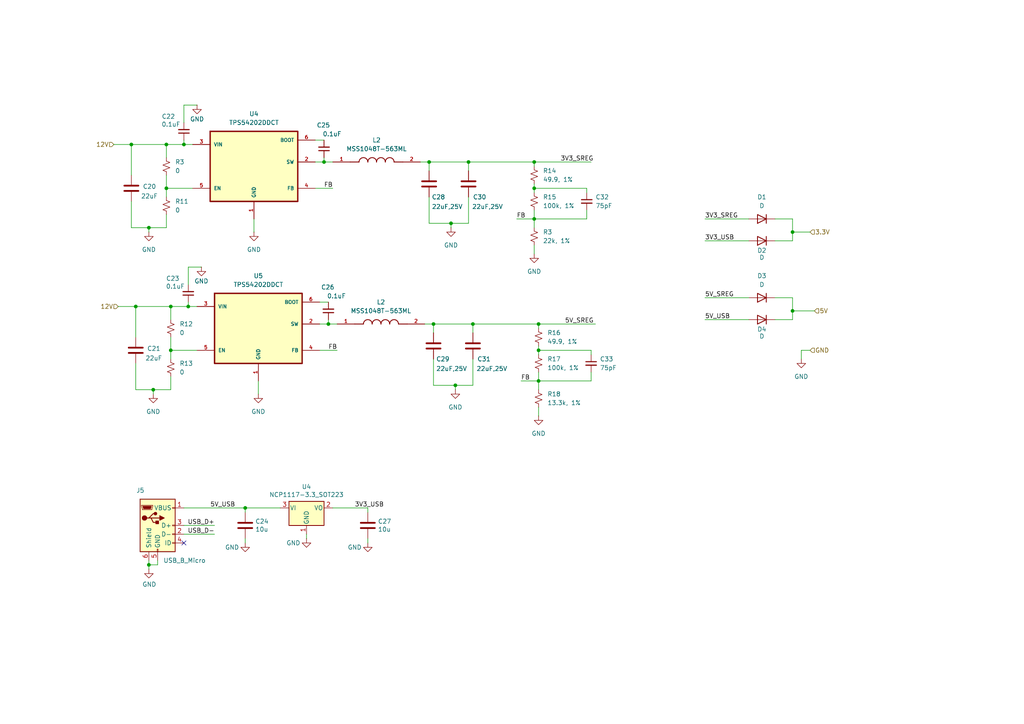
<source format=kicad_sch>
(kicad_sch (version 20250114) (generator "eeschema") (generator_version "9.0")
  (paper "A4")
  (lib_symbols
    (symbol "Connector:USB_B_Micro" (pin_names (offset 1.016))
      (property "Reference" "J" (at -5.08 11.43 0))
      (property "Value" "USB_B_Micro" (at -5.08 8.89 0))
      (symbol "USB_B_Micro_0_1"
        (rectangle (start -5.08 -7.62) (end 5.08 7.62) (stroke (width 0.254)) (fill (type background)))
        (polyline (pts (xy -4.699 5.842) (xy -4.699 5.588) (xy -4.445 4.826) (xy -4.445 4.572) (xy -1.651 4.572) (xy -1.651 4.826) (xy -1.397 5.588) (xy -1.397 5.842) (xy -4.699 5.842)))
        (polyline (pts (xy -4.318 5.588) (xy -1.778 5.588) (xy -2.032 4.826) (xy -4.064 4.826) (xy -4.318 5.588)) (fill (type outline)))
        (circle (center -3.81 2.159) (radius 0.635) (stroke (width 0.254)) (fill (type outline)))
        (polyline (pts (xy -3.175 2.159) (xy -2.54 2.159) (xy -1.27 3.429) (xy -0.635 3.429)) (stroke (width 0.254)))
        (polyline (pts (xy -2.54 2.159) (xy -1.905 2.159) (xy -1.27 0.889) (xy 0 0.889)) (stroke (width 0.254)))
        (polyline (pts (xy -1.905 2.159) (xy 0.635 2.159)) (stroke (width 0.254)))
        (circle (center -0.635 3.429) (radius 0.381) (stroke (width 0.254)) (fill (type outline)))
        (rectangle (start -0.127 -7.62) (end 0.127 -6.858))
        (rectangle (start 0.254 1.27) (end -0.508 0.508) (stroke (width 0.254)) (fill (type outline)))
        (polyline (pts (xy 0.635 2.794) (xy 0.635 1.524) (xy 1.905 2.159) (xy 0.635 2.794)) (stroke (width 0.254)) (fill (type outline)))
        (rectangle (start 5.08 4.953) (end 4.318 5.207))
        (rectangle (start 5.08 -0.127) (end 4.318 0.127))
        (rectangle (start 5.08 -2.667) (end 4.318 -2.413))
        (rectangle (start 5.08 -5.207) (end 4.318 -4.953))
      )
      (symbol "USB_B_Micro_1_1"
        (pin passive line (at -2.54 -10.16 90) (length 2.54) (name "Shield") (number "6"))
        (pin power_out line (at 0 -10.16 90) (length 2.54) (name "GND") (number "5"))
        (pin power_out line (at 7.62 5.08 180) (length 2.54) (name "VBUS") (number "1"))
        (pin bidirectional line (at 7.62 0 180) (length 2.54) (name "D+") (number "3"))
        (pin bidirectional line (at 7.62 -2.54 180) (length 2.54) (name "D-") (number "2"))
        (pin passive line (at 7.62 -5.08 180) (length 2.54) (name "ID") (number "4"))
      )
    )
    (symbol "Device:C" (pin_numbers (hide yes)) (pin_names (offset 0.254))
      (property "Reference" "C" (at 0.635 2.54 0))
      (property "Value" "C" (at 0.635 -2.54 0))
      (symbol "C_0_1"
        (polyline (pts (xy -2.032 0.762) (xy 2.032 0.762)) (stroke (width 0.508)))
        (polyline (pts (xy -2.032 -0.762) (xy 2.032 -0.762)) (stroke (width 0.508)))
      )
      (symbol "C_1_1"
        (pin passive line (at 0 3.81 270) (length 2.794) (name "~") (number "1"))
        (pin passive line (at 0 -3.81 90) (length 2.794) (name "~") (number "2"))
      )
    )
    (symbol "Device:C_Small" (pin_numbers (hide yes)) (pin_names (offset 0.254) (hide yes))
      (property "Reference" "C" (at 0.254 1.778 0))
      (property "Value" "C_Small" (at 0.254 -2.032 0))
      (symbol "C_Small_0_1"
        (polyline (pts (xy -1.524 0.508) (xy 1.524 0.508)) (stroke (width 0.3048)))
        (polyline (pts (xy -1.524 -0.508) (xy 1.524 -0.508)) (stroke (width 0.3302)))
      )
      (symbol "C_Small_1_1"
        (pin passive line (at 0 2.54 270) (length 2.032) (name "~") (number "1"))
        (pin passive line (at 0 -2.54 90) (length 2.032) (name "~") (number "2"))
      )
    )
    (symbol "Device:D" (pin_numbers (hide yes)) (pin_names (offset 1.016) (hide yes))
      (property "Reference" "D" (at 0 2.54 0))
      (property "Value" "D" (at 0 -2.54 0))
      (symbol "D_0_1"
        (polyline (pts (xy -1.27 1.27) (xy -1.27 -1.27)) (stroke (width 0.254)))
        (polyline (pts (xy 1.27 1.27) (xy 1.27 -1.27) (xy -1.27 0) (xy 1.27 1.27)) (stroke (width 0.254)))
        (polyline (pts (xy 1.27 0) (xy -1.27 0)))
      )
      (symbol "D_1_1"
        (pin passive line (at -3.81 0 0) (length 2.54) (name "K") (number "1"))
        (pin passive line (at 3.81 0 180) (length 2.54) (name "A") (number "2"))
      )
    )
    (symbol "Device:R_Small_US" (pin_numbers (hide yes)) (pin_names (offset 0.254) (hide yes))
      (property "Reference" "R" (at 0.762 0.508 0))
      (property "Value" "R_Small_US" (at 0.762 -1.016 0))
      (symbol "R_Small_US_1_1"
        (polyline (pts (xy 0 1.524) (xy 1.016 1.143) (xy 0 0.762) (xy -1.016 0.381) (xy 0 0)))
        (polyline (pts (xy 0 0) (xy 1.016 -0.381) (xy 0 -0.762) (xy -1.016 -1.143) (xy 0 -1.524)))
        (pin passive line (at 0 2.54 270) (length 1.016) (name "~") (number "1"))
        (pin passive line (at 0 -2.54 90) (length 1.016) (name "~") (number "2"))
      )
    )
    (symbol "ECE49022_Symbols:MSS1048-103MLC" (pin_names (offset 1.016))
      (property "Reference" "L" (at -5.08 2.54 0))
      (property "Value" "MSS1048-103MLC" (at -5.08 -2.54 0))
      (symbol "MSS1048-103MLC_0_0"
        (polyline (pts (xy -5.08 0) (xy -7.62 0)) (stroke (width 0.254)))
        (arc (start -5.08 0) (mid -3.81 1.2645) (end -2.54 0) (stroke (width 0.254)))
        (arc (start -2.54 0) (mid -1.27 1.2645) (end 0 0) (stroke (width 0.254)))
        (arc (start 0 0) (mid 1.27 1.2645) (end 2.54 0) (stroke (width 0.254)))
        (arc (start 2.54 0) (mid 3.81 1.2645) (end 5.08 0) (stroke (width 0.254)))
        (polyline (pts (xy 5.08 0) (xy 7.62 0)) (stroke (width 0.254)))
        (pin passive line (at -12.7 0 0) (length 5.08) (name "~") (number "1"))
        (pin passive line (at 12.7 0 180) (length 5.08) (name "~") (number "2"))
      )
    )
    (symbol "ECE49022_Symbols:TPS54202DDCT" (pin_names (offset 1.016))
      (property "Reference" "U1" (at 0 15.24 0))
      (property "Value" "TPS54202DDCT" (at 0 12.7 0))
      (symbol "TPS54202DDCT_0_0"
        (rectangle (start -12.7 10.16) (end 12.7 -10.16) (stroke (width 0.41)) (fill (type background)))
        (pin bidirectional line (at -17.78 6.35 0) (length 5.08) (name "VIN") (number "3"))
        (pin input line (at -17.78 -6.35 0) (length 5.08) (name "EN") (number "5"))
        (pin output line (at 17.78 7.62 180) (length 5.08) (name "BOOT") (number "6"))
        (pin output line (at 17.78 1.27 180) (length 5.08) (name "SW") (number "2"))
        (pin input line (at 17.78 -6.35 180) (length 5.08) (name "FB") (number "4"))
      )
      (symbol "TPS54202DDCT_1_0"
        (pin bidirectional line (at 0 -15.24 90) (length 5.08) (name "GND") (number "1"))
      )
    )
    (symbol "Regulator_Linear:NCP1117-3.3_SOT223" (pin_names (offset 0.254))
      (property "Reference" "U" (at -3.81 3.175 0))
      (property "Value" "NCP1117-3.3_SOT223" (at 0 3.175 0))
      (symbol "NCP1117-3.3_SOT223_0_1"
        (rectangle (start -5.08 -5.08) (end 5.08 1.905) (stroke (width 0.254)) (fill (type background)))
      )
      (symbol "NCP1117-3.3_SOT223_1_1"
        (pin power_in line (at -7.62 0 0) (length 2.54) (name "VI") (number "3"))
        (pin power_in line (at 0 -7.62 90) (length 2.54) (name "GND") (number "1"))
        (pin power_out line (at 7.62 0 180) (length 2.54) (name "VO") (number "2"))
      )
    )
    (symbol "power:GND" (power) (pin_numbers (hide yes)) (pin_names (offset 0) (hide yes))
      (property "Value" "GND" (at 0 -3.81 0))
      (symbol "GND_0_1"
        (polyline (pts (xy 0 0) (xy 0 -1.27) (xy 1.27 -1.27) (xy 0 -2.54) (xy -1.27 -1.27) (xy 0 -1.27)))
      )
      (symbol "GND_1_1"
        (pin power_in line (at 0 0 270) (length 0) (name "~") (number "1"))
      )
    )
  )
  (junction (at 125.73 93.98))
  (junction (at 38.1 41.91))
  (junction (at 124.46 46.99))
  (junction (at 39.37 88.9))
  (junction (at 132.08 111.76))
  (junction (at 54.61 88.9))
  (junction (at 43.18 66.04))
  (junction (at 156.21 110.49))
  (junction (at 154.94 63.5))
  (junction (at 154.94 54.61))
  (junction (at 229.87 67.31))
  (junction (at 130.81 64.77))
  (junction (at 229.87 90.17))
  (junction (at 48.26 54.61))
  (junction (at 49.53 88.9))
  (junction (at 71.12 147.32))
  (junction (at 49.53 101.6))
  (junction (at 53.34 41.91))
  (junction (at 93.98 46.99))
  (junction (at 95.25 93.98))
  (junction (at 48.26 41.91))
  (junction (at 137.16 93.98))
  (junction (at 154.94 46.99))
  (junction (at 44.45 113.03))
  (junction (at 156.21 101.6))
  (junction (at 135.89 46.99))
  (junction (at 43.18 163.83))
  (junction (at 156.21 93.98))
  (no_connect (at 53.34 157.48))
  (wire (pts (xy 91.44 46.99) (xy 93.98 46.99)))
  (wire (pts (xy 44.45 113.03) (xy 49.53 113.03)))
  (wire (pts (xy 135.89 57.15) (xy 135.89 64.77)))
  (wire (pts (xy 95.25 93.98) (xy 97.79 93.98)))
  (wire (pts (xy 91.44 40.64) (xy 93.98 40.64)))
  (wire (pts (xy 156.21 100.33) (xy 156.21 101.6)))
  (wire (pts (xy 156.21 110.49) (xy 171.45 110.49)))
  (wire (pts (xy 71.12 148.59) (xy 71.12 147.32)))
  (wire (pts (xy 156.21 93.98) (xy 156.21 95.25)))
  (wire (pts (xy 232.41 101.6) (xy 232.41 104.14)))
  (wire (pts (xy 135.89 46.99) (xy 135.89 49.53)))
  (wire (pts (xy 53.34 30.48) (xy 53.34 35.56)))
  (wire (pts (xy 171.45 101.6) (xy 156.21 101.6)))
  (wire (pts (xy 156.21 93.98) (xy 172.72 93.98)))
  (wire (pts (xy 38.1 41.91) (xy 38.1 50.8)))
  (wire (pts (xy 39.37 113.03) (xy 44.45 113.03)))
  (wire (pts (xy 135.89 46.99) (xy 154.94 46.99)))
  (wire (pts (xy 156.21 110.49) (xy 156.21 113.03)))
  (wire (pts (xy 151.13 110.49) (xy 156.21 110.49)))
  (wire (pts (xy 48.26 41.91) (xy 53.34 41.91)))
  (wire (pts (xy 171.45 101.6) (xy 171.45 102.87)))
  (wire (pts (xy 132.08 111.76) (xy 137.16 111.76)))
  (wire (pts (xy 43.18 163.83) (xy 43.18 165.1)))
  (wire (pts (xy 130.81 64.77) (xy 135.89 64.77)))
  (wire (pts (xy 49.53 88.9) (xy 54.61 88.9)))
  (wire (pts (xy 54.61 87.63) (xy 54.61 88.9)))
  (wire (pts (xy 49.53 101.6) (xy 49.53 104.14)))
  (wire (pts (xy 93.98 45.72) (xy 93.98 46.99)))
  (wire (pts (xy 74.93 110.49) (xy 74.93 114.3)))
  (wire (pts (xy 49.53 101.6) (xy 57.15 101.6)))
  (wire (pts (xy 39.37 105.41) (xy 39.37 113.03)))
  (wire (pts (xy 124.46 46.99) (xy 135.89 46.99)))
  (wire (pts (xy 125.73 111.76) (xy 132.08 111.76)))
  (wire (pts (xy 130.81 66.04) (xy 130.81 64.77)))
  (wire (pts (xy 204.47 92.71) (xy 217.17 92.71)))
  (wire (pts (xy 38.1 58.42) (xy 38.1 66.04)))
  (wire (pts (xy 95.25 92.71) (xy 95.25 93.98)))
  (wire (pts (xy 73.66 63.5) (xy 73.66 67.31)))
  (wire (pts (xy 170.18 54.61) (xy 170.18 55.88)))
  (wire (pts (xy 125.73 104.14) (xy 125.73 111.76)))
  (wire (pts (xy 106.68 148.59) (xy 106.68 147.32)))
  (wire (pts (xy 234.95 101.6) (xy 232.41 101.6)))
  (wire (pts (xy 49.53 109.22) (xy 49.53 113.03)))
  (wire (pts (xy 96.52 147.32) (xy 106.68 147.32)))
  (wire (pts (xy 154.94 71.12) (xy 154.94 73.66)))
  (wire (pts (xy 53.34 147.32) (xy 71.12 147.32)))
  (wire (pts (xy 154.94 60.96) (xy 154.94 63.5)))
  (wire (pts (xy 137.16 104.14) (xy 137.16 111.76)))
  (wire (pts (xy 53.34 41.91) (xy 55.88 41.91)))
  (wire (pts (xy 54.61 88.9) (xy 57.15 88.9)))
  (wire (pts (xy 38.1 41.91) (xy 48.26 41.91)))
  (wire (pts (xy 48.26 50.8) (xy 48.26 54.61)))
  (wire (pts (xy 48.26 41.91) (xy 48.26 45.72)))
  (wire (pts (xy 43.18 66.04) (xy 48.26 66.04)))
  (wire (pts (xy 106.68 156.21) (xy 106.68 157.48)))
  (wire (pts (xy 53.34 152.4) (xy 62.23 152.4)))
  (wire (pts (xy 229.87 86.36) (xy 229.87 90.17)))
  (wire (pts (xy 229.87 67.31) (xy 234.95 67.31)))
  (wire (pts (xy 156.21 107.95) (xy 156.21 110.49)))
  (wire (pts (xy 54.61 77.47) (xy 58.42 77.47)))
  (wire (pts (xy 71.12 156.21) (xy 71.12 157.48)))
  (wire (pts (xy 34.29 88.9) (xy 39.37 88.9)))
  (wire (pts (xy 48.26 54.61) (xy 48.26 57.15)))
  (wire (pts (xy 229.87 92.71) (xy 224.79 92.71)))
  (wire (pts (xy 39.37 88.9) (xy 39.37 97.79)))
  (wire (pts (xy 48.26 62.23) (xy 48.26 66.04)))
  (wire (pts (xy 170.18 60.96) (xy 170.18 63.5)))
  (wire (pts (xy 149.86 63.5) (xy 154.94 63.5)))
  (wire (pts (xy 229.87 67.31) (xy 229.87 69.85)))
  (wire (pts (xy 224.79 86.36) (xy 229.87 86.36)))
  (wire (pts (xy 154.94 63.5) (xy 154.94 66.04)))
  (wire (pts (xy 171.45 107.95) (xy 171.45 110.49)))
  (wire (pts (xy 48.26 54.61) (xy 55.88 54.61)))
  (wire (pts (xy 88.9 154.94) (xy 88.9 156.21)))
  (wire (pts (xy 53.34 40.64) (xy 53.34 41.91)))
  (wire (pts (xy 121.92 46.99) (xy 124.46 46.99)))
  (wire (pts (xy 93.98 46.99) (xy 96.52 46.99)))
  (wire (pts (xy 229.87 90.17) (xy 229.87 92.71)))
  (wire (pts (xy 45.72 162.56) (xy 45.72 163.83)))
  (wire (pts (xy 204.47 86.36) (xy 217.17 86.36)))
  (wire (pts (xy 154.94 54.61) (xy 154.94 55.88)))
  (wire (pts (xy 81.28 147.32) (xy 71.12 147.32)))
  (wire (pts (xy 123.19 93.98) (xy 125.73 93.98)))
  (wire (pts (xy 154.94 46.99) (xy 154.94 48.26)))
  (wire (pts (xy 33.02 41.91) (xy 38.1 41.91)))
  (wire (pts (xy 170.18 54.61) (xy 154.94 54.61)))
  (wire (pts (xy 154.94 53.34) (xy 154.94 54.61)))
  (wire (pts (xy 45.72 163.83) (xy 43.18 163.83)))
  (wire (pts (xy 38.1 66.04) (xy 43.18 66.04)))
  (wire (pts (xy 39.37 88.9) (xy 49.53 88.9)))
  (wire (pts (xy 132.08 113.03) (xy 132.08 111.76)))
  (wire (pts (xy 43.18 67.31) (xy 43.18 66.04)))
  (wire (pts (xy 92.71 101.6) (xy 97.79 101.6)))
  (wire (pts (xy 44.45 114.3) (xy 44.45 113.03)))
  (wire (pts (xy 229.87 90.17) (xy 236.22 90.17)))
  (wire (pts (xy 124.46 64.77) (xy 130.81 64.77)))
  (wire (pts (xy 204.47 69.85) (xy 217.17 69.85)))
  (wire (pts (xy 124.46 57.15) (xy 124.46 64.77)))
  (wire (pts (xy 154.94 46.99) (xy 171.45 46.99)))
  (wire (pts (xy 53.34 30.48) (xy 57.15 30.48)))
  (wire (pts (xy 125.73 93.98) (xy 137.16 93.98)))
  (wire (pts (xy 53.34 154.94) (xy 62.23 154.94)))
  (wire (pts (xy 224.79 63.5) (xy 229.87 63.5)))
  (wire (pts (xy 229.87 69.85) (xy 224.79 69.85)))
  (wire (pts (xy 137.16 93.98) (xy 137.16 96.52)))
  (wire (pts (xy 204.47 63.5) (xy 217.17 63.5)))
  (wire (pts (xy 54.61 77.47) (xy 54.61 82.55)))
  (wire (pts (xy 156.21 118.11) (xy 156.21 120.65)))
  (wire (pts (xy 154.94 63.5) (xy 170.18 63.5)))
  (wire (pts (xy 229.87 63.5) (xy 229.87 67.31)))
  (wire (pts (xy 137.16 93.98) (xy 156.21 93.98)))
  (wire (pts (xy 49.53 97.79) (xy 49.53 101.6)))
  (wire (pts (xy 91.44 54.61) (xy 96.52 54.61)))
  (wire (pts (xy 124.46 46.99) (xy 124.46 49.53)))
  (wire (pts (xy 92.71 87.63) (xy 95.25 87.63)))
  (wire (pts (xy 49.53 88.9) (xy 49.53 92.71)))
  (wire (pts (xy 92.71 93.98) (xy 95.25 93.98)))
  (wire (pts (xy 125.73 93.98) (xy 125.73 96.52)))
  (wire (pts (xy 43.18 162.56) (xy 43.18 163.83)))
  (wire (pts (xy 156.21 101.6) (xy 156.21 102.87)))
  (label "FB" (at 149.86 63.5 0))
  (label "FB" (at 151.13 110.49 0))
  (label "5V_SREG" (at 204.47 86.36 0))
  (label "USB_D-" (at 62.23 154.94 180))
  (label "FB" (at 96.52 54.61 180))
  (label "3V3_SREG" (at 162.56 46.99 0))
  (label "3V3_USB" (at 102.87 147.32 0))
  (label "3V3_USB" (at 204.47 69.85 0))
  (label "USB_D+" (at 62.23 152.4 180))
  (label "5V_USB" (at 204.47 92.71 0))
  (label "5V_SREG" (at 163.83 93.98 0))
  (label "FB" (at 97.79 101.6 180))
  (label "5V_USB" (at 60.96 147.32 0))
  (label "3V3_SREG" (at 204.47 63.5 0))
  (hierarchical_label "3.3V" (shape input) (at 234.95 67.31 0))
  (hierarchical_label "GND" (shape input) (at 234.95 101.6 0))
  (hierarchical_label "12V" (shape input) (at 33.02 41.91 180))
  (hierarchical_label "5V" (shape input) (at 236.22 90.17 0))
  (hierarchical_label "12V" (shape input) (at 34.29 88.9 180))
  (symbol (lib_id "Device:C") (at 135.89 53.34 0) (unit 1)
    (property "Reference" "C30" (at 137.16 57.15 0) (effects (justify left)))
    (property "Value" "22uF,25V" (at 136.906 59.944 0) (effects (justify left)))
    (property "Footprint" "Capacitor_SMD:C_0805_2012Metric_Pad1.18x1.45mm_HandSolder" (effects (hide yes)))
    (property "Description" "GRT21BR61E226ME13" (effects (hide yes)))
  )
  (symbol (lib_id "Device:R_Small_US") (at 48.26 48.26 0) (unit 1)
    (property "Reference" "R3" (at 50.8 46.9899 0) (effects (justify left)))
    (property "Value" "0" (at 50.8 49.5299 0) (effects (justify left)))
    (property "Footprint" "Capacitor_SMD:C_0402_1005Metric" (effects (hide yes)))
    (property "Description" "RC0402JR-070RL" (effects (hide yes)))
  )
  (symbol (lib_id "power:GND") (at 43.18 165.1 0) (unit 1)
    (property "Reference" "#PWR033" (effects (hide yes)))
    (property "Value" "GND" (at 43.307 169.4942 0))
  )
  (symbol (lib_id "ECE49022_Symbols:TPS54202DDCT") (at 73.66 48.26 0) (unit 1)
    (property "Reference" "U4" (at 73.66 33.02 0))
    (property "Value" "TPS54202DDCT" (at 73.66 35.56 0))
    (property "Footprint" "49022_Footprints:TPS54202" (effects (hide yes)))
  )
  (symbol (lib_id "Device:R_Small_US") (at 154.94 58.42 0) (unit 1)
    (property "Reference" "R15" (at 157.48 57.1499 0) (effects (justify left)))
    (property "Value" "100k, 1%" (at 157.48 59.6899 0) (effects (justify left)))
    (property "Footprint" "Capacitor_SMD:C_0402_1005Metric" (effects (hide yes)))
    (property "Description" "RC0402FR-07100KL" (effects (hide yes)))
  )
  (symbol (lib_id "power:GND") (at 71.12 157.48 0) (unit 1)
    (property "Reference" "#PWR037" (effects (hide yes)))
    (property "Value" "GND" (at 67.31 158.75 0))
  )
  (symbol (lib_id "ECE49022_Symbols:MSS1048-103MLC") (at 110.49 93.98 0) (unit 1)
    (property "Reference" "L2" (at 110.49 87.63 0))
    (property "Value" "MSS1048T-563ML" (at 110.49 90.17 0))
    (property "Footprint" "49022_Footprints:IND_MSS1048" (effects (hide yes)))
    (property "Datasheet" "https://www.coilcraft.com/getmedia/6f8116f7-0036-41bf-97c5-9bae06e6af25/mss1048t.pdf" (effects (hide yes)))
    (property "MF" "Coilcraft" (effects (hide yes)))
    (property "MAXIMUM_PACKAGE_HEIGHT" "4.00mm" (effects (hide yes)))
    (property "CREATOR" "AAMIR" (effects (hide yes)))
    (property "Price" "None" (effects (hide yes)))
    (property "Package" "None" (effects (hide yes)))
    (property "Check_prices" "https://www.snapeda.com/parts/MSS1048-103MLC/Coilcraft/view-part/?ref=eda" (effects (hide yes)))
    (property "STANDARD" "Manufacturer Recommendations" (effects (hide yes)))
    (property "PARTREV" "02/16/22" (effects (hide yes)))
    (property "VERIFIER" "RODRIGO" (effects (hide yes)))
    (property "SnapEDA_Link" "https://www.snapeda.com/parts/MSS1048-103MLC/Coilcraft/view-part/?ref=snap" (effects (hide yes)))
    (property "MP" "MSS1048-103MLC" (effects (hide yes)))
    (property "Description_1" "10 µH Shielded Drum Core Inductor 4.79 A 23mOhm Max Nonstandard" (effects (hide yes)))
    (property "Availability" "In Stock" (effects (hide yes)))
    (property "MANUFACTURER" "Coilcraft" (effects (hide yes)))
  )
  (symbol (lib_id "Device:R_Small_US") (at 154.94 50.8 0) (unit 1)
    (property "Reference" "R14" (at 157.48 49.5299 0) (effects (justify left)))
    (property "Value" "49.9, 1%" (at 157.48 52.0699 0) (effects (justify left)))
    (property "Footprint" "Capacitor_SMD:C_0402_1005Metric" (effects (hide yes)))
    (property "Description" "RC0402FR-0749R9L" (effects (hide yes)))
  )
  (symbol (lib_id "Device:R_Small_US") (at 156.21 105.41 0) (unit 1)
    (property "Reference" "R17" (at 158.75 104.1399 0) (effects (justify left)))
    (property "Value" "100k, 1%" (at 158.75 106.6799 0) (effects (justify left)))
    (property "Footprint" "Capacitor_SMD:C_0402_1005Metric" (effects (hide yes)))
    (property "Description" "RC0402FR-07100KL" (effects (hide yes)))
  )
  (symbol (lib_id "ECE49022_Symbols:TPS54202DDCT") (at 74.93 95.25 0) (unit 1)
    (property "Reference" "U5" (at 74.93 80.01 0))
    (property "Value" "TPS54202DDCT" (at 74.93 82.55 0))
    (property "Footprint" "49022_Footprints:TPS54202" (effects (hide yes)))
  )
  (symbol (lib_id "power:GND") (at 154.94 73.66 0) (unit 1)
    (property "Reference" "#PWR043" (effects (hide yes)))
    (property "Value" "GND" (at 154.94 78.74 0))
    (property "Description" "Power symbol creates a global label with name \"GND\" , ground" (effects (hide yes)))
  )
  (symbol (lib_id "Regulator_Linear:NCP1117-3.3_SOT223") (at 88.9 147.32 0) (unit 1)
    (property "Reference" "U4" (at 88.9 141.1732 0))
    (property "Value" "NCP1117-3.3_SOT223" (at 88.9 143.4846 0))
    (property "Footprint" "Package_TO_SOT_SMD:SOT-223-3_TabPin2" (effects (hide yes)))
    (property "Datasheet" "http://www.onsemi.com/pub_link/Collateral/NCP1117-D.PDF" (effects (hide yes)))
  )
  (symbol (lib_id "power:GND") (at 156.21 120.65 0) (unit 1)
    (property "Reference" "#PWR044" (effects (hide yes)))
    (property "Value" "GND" (at 156.21 125.73 0))
    (property "Description" "Power symbol creates a global label with name \"GND\" , ground" (effects (hide yes)))
  )
  (symbol (lib_id "Device:R_Small_US") (at 49.53 95.25 0) (unit 1)
    (property "Reference" "R12" (at 52.07 93.9799 0) (effects (justify left)))
    (property "Value" "0" (at 52.07 96.5199 0) (effects (justify left)))
    (property "Footprint" "Capacitor_SMD:C_0402_1005Metric" (effects (hide yes)))
    (property "Description" "RC0402JR-070RL" (effects (hide yes)))
  )
  (symbol (lib_id "Device:C_Small") (at 170.18 58.42 0) (unit 1)
    (property "Reference" "C32" (at 172.72 57.1562 0) (effects (justify left)))
    (property "Value" "75pF" (at 172.72 59.6962 0) (effects (justify left)))
    (property "Footprint" "Capacitor_SMD:C_0402_1005Metric" (effects (hide yes)))
    (property "Description" "GRM1555C1H750JA01D" (effects (hide yes)))
  )
  (symbol (lib_id "Device:D") (at 220.98 63.5 180) (unit 1)
    (property "Reference" "D1" (at 220.98 57.15 0))
    (property "Value" "D" (at 220.98 59.69 0))
    (property "Description" "Diode" (effects (hide yes)))
    (property "Sim.Device" "D" (effects (hide yes)))
    (property "Sim.Pins" "1=K 2=A" (effects (hide yes)))
  )
  (symbol (lib_id "power:GND") (at 130.81 66.04 0) (unit 1)
    (property "Reference" "#PWR041" (effects (hide yes)))
    (property "Value" "GND" (at 130.81 71.12 0))
    (property "Description" "Power symbol creates a global label with name \"GND\" , ground" (effects (hide yes)))
  )
  (symbol (lib_id "Device:C") (at 106.68 152.4 0) (unit 1)
    (property "Reference" "C27" (at 109.601 151.2316 0) (effects (justify left)))
    (property "Value" "10u" (at 109.601 153.543 0) (effects (justify left)))
    (property "Footprint" "Capacitor_SMD:C_0805_2012Metric" (effects (hide yes)))
  )
  (symbol (lib_id "ECE49022_Symbols:MSS1048-103MLC") (at 109.22 46.99 0) (unit 1)
    (property "Reference" "L2" (at 109.22 40.64 0))
    (property "Value" "MSS1048T-563ML" (at 109.22 43.18 0))
    (property "Footprint" "49022_Footprints:IND_MSS1048" (effects (hide yes)))
    (property "Datasheet" "https://www.coilcraft.com/getmedia/6f8116f7-0036-41bf-97c5-9bae06e6af25/mss1048t.pdf" (effects (hide yes)))
    (property "MF" "Coilcraft" (effects (hide yes)))
    (property "MAXIMUM_PACKAGE_HEIGHT" "4.00mm" (effects (hide yes)))
    (property "CREATOR" "AAMIR" (effects (hide yes)))
    (property "Price" "None" (effects (hide yes)))
    (property "Package" "None" (effects (hide yes)))
    (property "Check_prices" "https://www.snapeda.com/parts/MSS1048-103MLC/Coilcraft/view-part/?ref=eda" (effects (hide yes)))
    (property "STANDARD" "Manufacturer Recommendations" (effects (hide yes)))
    (property "PARTREV" "02/16/22" (effects (hide yes)))
    (property "VERIFIER" "RODRIGO" (effects (hide yes)))
    (property "SnapEDA_Link" "https://www.snapeda.com/parts/MSS1048-103MLC/Coilcraft/view-part/?ref=snap" (effects (hide yes)))
    (property "MP" "MSS1048-103MLC" (effects (hide yes)))
    (property "Description_1" "10 µH Shielded Drum Core Inductor 4.79 A 23mOhm Max Nonstandard" (effects (hide yes)))
    (property "Availability" "In Stock" (effects (hide yes)))
    (property "MANUFACTURER" "Coilcraft" (effects (hide yes)))
  )
  (symbol (lib_id "power:GND") (at 132.08 113.03 0) (unit 1)
    (property "Reference" "#PWR042" (effects (hide yes)))
    (property "Value" "GND" (at 132.08 118.11 0))
    (property "Description" "Power symbol creates a global label with name \"GND\" , ground" (effects (hide yes)))
  )
  (symbol (lib_id "Device:C") (at 137.16 100.33 0) (unit 1)
    (property "Reference" "C31" (at 138.43 104.14 0) (effects (justify left)))
    (property "Value" "22uF,25V" (at 138.176 106.934 0) (effects (justify left)))
    (property "Footprint" "Capacitor_SMD:C_0805_2012Metric_Pad1.18x1.45mm_HandSolder" (effects (hide yes)))
    (property "Description" "GRT21BR61E226ME13" (effects (hide yes)))
  )
  (symbol (lib_id "Device:R_Small_US") (at 49.53 106.68 0) (unit 1)
    (property "Reference" "R13" (at 52.07 105.4099 0) (effects (justify left)))
    (property "Value" "0" (at 52.07 107.9499 0) (effects (justify left)))
    (property "Footprint" "Capacitor_SMD:C_0402_1005Metric" (effects (hide yes)))
    (property "Description" "RC0402JR-070RL" (effects (hide yes)))
  )
  (symbol (lib_id "power:GND") (at 73.66 67.31 0) (unit 1)
    (property "Reference" "#PWR038" (effects (hide yes)))
    (property "Value" "GND" (at 73.66 72.39 0))
    (property "Description" "Power symbol creates a global label with name \"GND\" , ground" (effects (hide yes)))
  )
  (symbol (lib_id "Device:C_Small") (at 171.45 105.41 0) (unit 1)
    (property "Reference" "C33" (at 173.99 104.1462 0) (effects (justify left)))
    (property "Value" "75pF" (at 173.99 106.6862 0) (effects (justify left)))
    (property "Footprint" "Capacitor_SMD:C_0402_1005Metric" (effects (hide yes)))
    (property "Description" "GRM1555C1H750JA01D" (effects (hide yes)))
  )
  (symbol (lib_id "Device:C") (at 125.73 100.33 0) (unit 1)
    (property "Reference" "C29" (at 126.492 104.14 0) (effects (justify left)))
    (property "Value" "22uF,25V" (at 126.492 106.934 0) (effects (justify left)))
    (property "Footprint" "Capacitor_SMD:C_0805_2012Metric_Pad1.18x1.45mm_HandSolder" (effects (hide yes)))
    (property "Description" "GRT21BR61E226ME13" (effects (hide yes)))
  )
  (symbol (lib_id "Device:R_Small_US") (at 156.21 115.57 0) (unit 1)
    (property "Reference" "R18" (at 158.75 114.2999 0) (effects (justify left)))
    (property "Value" "13.3k, 1%" (at 158.75 116.8399 0) (effects (justify left)))
    (property "Footprint" "Capacitor_SMD:C_0402_1005Metric" (effects (hide yes)))
    (property "Description" "RC0402FR-1313K3L" (effects (hide yes)))
  )
  (symbol (lib_id "Device:C") (at 39.37 101.6 0) (unit 1)
    (property "Reference" "C21" (at 42.672 101.092 0) (effects (justify left)))
    (property "Value" "22uF" (at 42.164 103.886 0) (effects (justify left)))
    (property "Footprint" "Capacitor_SMD:C_0805_2012Metric_Pad1.18x1.45mm_HandSolder" (effects (hide yes)))
    (property "Description" "GRT21BR61E226ME13" (effects (hide yes)))
  )
  (symbol (lib_id "power:GND") (at 74.93 114.3 0) (unit 1)
    (property "Reference" "#PWR039" (effects (hide yes)))
    (property "Value" "GND" (at 74.93 119.38 0))
    (property "Description" "Power symbol creates a global label with name \"GND\" , ground" (effects (hide yes)))
  )
  (symbol (lib_id "Device:R_Small_US") (at 48.26 59.69 0) (unit 1)
    (property "Reference" "R11" (at 50.8 58.4199 0) (effects (justify left)))
    (property "Value" "0" (at 50.8 60.9599 0) (effects (justify left)))
    (property "Footprint" "Capacitor_SMD:C_0402_1005Metric" (effects (hide yes)))
    (property "Description" "RC0402JR-070RL" (effects (hide yes)))
  )
  (symbol (lib_id "power:GND") (at 44.45 114.3 0) (unit 1)
    (property "Reference" "#PWR034" (effects (hide yes)))
    (property "Value" "GND" (at 44.45 119.38 0))
    (property "Description" "Power symbol creates a global label with name \"GND\" , ground" (effects (hide yes)))
  )
  (symbol (lib_id "Device:C_Small") (at 53.34 38.1 180) (unit 1)
    (property "Reference" "C22" (at 50.8 33.782 0) (effects (justify left)))
    (property "Value" "0.1uF" (at 52.324 36.068 0) (effects (justify left)))
    (property "Footprint" "Capacitor_SMD:C_0402_1005Metric" (effects (hide yes)))
    (property "Description" "GRM155R71E104KE14D" (effects (hide yes)))
  )
  (symbol (lib_id "power:GND") (at 58.42 77.47 0) (unit 1)
    (property "Reference" "#PWR036" (effects (hide yes)))
    (property "Value" "GND" (at 58.42 81.534 0))
    (property "Description" "Power symbol creates a global label with name \"GND\" , ground" (effects (hide yes)))
  )
  (symbol (lib_id "Device:D") (at 220.98 69.85 180) (unit 1)
    (property "Reference" "D2" (at 220.98 72.644 0))
    (property "Value" "D" (at 220.98 74.676 0))
    (property "Description" "Diode" (effects (hide yes)))
    (property "Sim.Device" "D" (effects (hide yes)))
    (property "Sim.Pins" "1=K 2=A" (effects (hide yes)))
  )
  (symbol (lib_id "Device:C_Small") (at 95.25 90.17 180) (unit 1)
    (property "Reference" "C26" (at 97.028 83.312 0) (effects (justify left)))
    (property "Value" "0.1uF" (at 100.33 85.852 0) (effects (justify left)))
    (property "Footprint" "Capacitor_SMD:C_0402_1005Metric" (effects (hide yes)))
    (property "Description" "GRM155R71E104KE14D" (effects (hide yes)))
  )
  (symbol (lib_id "Device:C") (at 71.12 152.4 0) (unit 1)
    (property "Reference" "C24" (at 74.041 151.2316 0) (effects (justify left)))
    (property "Value" "10u" (at 74.041 153.543 0) (effects (justify left)))
    (property "Footprint" "Capacitor_SMD:C_0805_2012Metric" (effects (hide yes)))
  )
  (symbol (lib_id "Device:R_Small_US") (at 156.21 97.79 0) (unit 1)
    (property "Reference" "R16" (at 158.75 96.5199 0) (effects (justify left)))
    (property "Value" "49.9, 1%" (at 158.75 99.0599 0) (effects (justify left)))
    (property "Footprint" "Capacitor_SMD:C_0402_1005Metric" (effects (hide yes)))
    (property "Description" "RC0402FR-0749R9L" (effects (hide yes)))
  )
  (symbol (lib_id "power:GND") (at 88.9 156.21 0) (unit 1)
    (property "Reference" "#PWR040" (effects (hide yes)))
    (property "Value" "GND" (at 85.09 157.48 0))
  )
  (symbol (lib_id "power:GND") (at 232.41 104.14 0) (unit 1)
    (property "Reference" "#PWR039" (effects (hide yes)))
    (property "Value" "GND" (at 232.41 109.22 0))
    (property "Description" "Power symbol creates a global label with name \"GND\" , ground" (effects (hide yes)))
  )
  (symbol (lib_id "Device:D") (at 220.98 92.71 180) (unit 1)
    (property "Reference" "D4" (at 220.98 95.504 0))
    (property "Value" "D" (at 220.98 97.536 0))
    (property "Description" "Diode" (effects (hide yes)))
    (property "Sim.Device" "D" (effects (hide yes)))
    (property "Sim.Pins" "1=K 2=A" (effects (hide yes)))
  )
  (symbol (lib_id "Device:D") (at 220.98 86.36 180) (unit 1)
    (property "Reference" "D3" (at 220.98 80.01 0))
    (property "Value" "D" (at 220.98 82.55 0))
    (property "Description" "Diode" (effects (hide yes)))
    (property "Sim.Device" "D" (effects (hide yes)))
    (property "Sim.Pins" "1=K 2=A" (effects (hide yes)))
  )
  (symbol (lib_id "Device:C_Small") (at 93.98 43.18 180) (unit 1)
    (property "Reference" "C25" (at 95.758 36.322 0) (effects (justify left)))
    (property "Value" "0.1uF" (at 99.06 38.862 0) (effects (justify left)))
    (property "Footprint" "Capacitor_SMD:C_0402_1005Metric" (effects (hide yes)))
    (property "Description" "GRM155R71E104KE14D" (effects (hide yes)))
  )
  (symbol (lib_id "Device:C_Small") (at 54.61 85.09 180) (unit 1)
    (property "Reference" "C23" (at 52.07 80.772 0) (effects (justify left)))
    (property "Value" "0.1uF" (at 53.594 83.058 0) (effects (justify left)))
    (property "Footprint" "Capacitor_SMD:C_0402_1005Metric" (effects (hide yes)))
    (property "Description" "GRM155R71E104KE14D" (effects (hide yes)))
  )
  (symbol (lib_id "Device:C") (at 124.46 53.34 0) (unit 1)
    (property "Reference" "C28" (at 125.222 57.15 0) (effects (justify left)))
    (property "Value" "22uF,25V" (at 125.222 59.944 0) (effects (justify left)))
    (property "Footprint" "Capacitor_SMD:C_0805_2012Metric_Pad1.18x1.45mm_HandSolder" (effects (hide yes)))
    (property "Description" "GRT21BR61E226ME13" (effects (hide yes)))
  )
  (symbol (lib_id "power:GND") (at 57.15 30.48 0) (unit 1)
    (property "Reference" "#PWR035" (effects (hide yes)))
    (property "Value" "GND" (at 57.15 34.544 0))
    (property "Description" "Power symbol creates a global label with name \"GND\" , ground" (effects (hide yes)))
  )
  (symbol (lib_id "power:GND") (at 106.68 157.48 0) (unit 1)
    (property "Reference" "#PWR037" (effects (hide yes)))
    (property "Value" "GND" (at 102.87 158.75 0))
  )
  (symbol (lib_id "Device:R_Small_US") (at 154.94 68.58 0) (unit 1)
    (property "Reference" "R3" (at 157.48 67.3099 0) (effects (justify left)))
    (property "Value" "22k, 1%" (at 157.48 69.8499 0) (effects (justify left)))
    (property "Footprint" "Capacitor_SMD:C_0402_1005Metric" (effects (hide yes)))
    (property "Description" "RC0402FR-0722KL" (effects (hide yes)))
  )
  (symbol (lib_id "power:GND") (at 43.18 67.31 0) (unit 1)
    (property "Reference" "#PWR032" (effects (hide yes)))
    (property "Value" "GND" (at 43.18 72.39 0))
    (property "Description" "Power symbol creates a global label with name \"GND\" , ground" (effects (hide yes)))
  )
  (symbol (lib_id "Connector:USB_B_Micro") (at 45.72 152.4 0) (unit 1)
    (property "Reference" "J5" (at 41.91 142.24 0) (effects (justify right)))
    (property "Value" "USB_B_Micro" (at 59.69 162.56 0) (effects (justify right)))
    (property "Footprint" "49022_Footprints:USB_Micro-B_Amphenol_10103594-0001LF_Horizontal_modified" (effects (hide yes)))
  )
  (symbol (lib_id "Device:C") (at 38.1 54.61 0) (unit 1)
    (property "Reference" "C20" (at 41.402 54.102 0) (effects (justify left)))
    (property "Value" "22uF" (at 40.894 56.896 0) (effects (justify left)))
    (property "Footprint" "Capacitor_SMD:C_0805_2012Metric_Pad1.18x1.45mm_HandSolder" (effects (hide yes)))
    (property "Description" "GRT21BR61E226ME13" (effects (hide yes)))
  )
)
</source>
